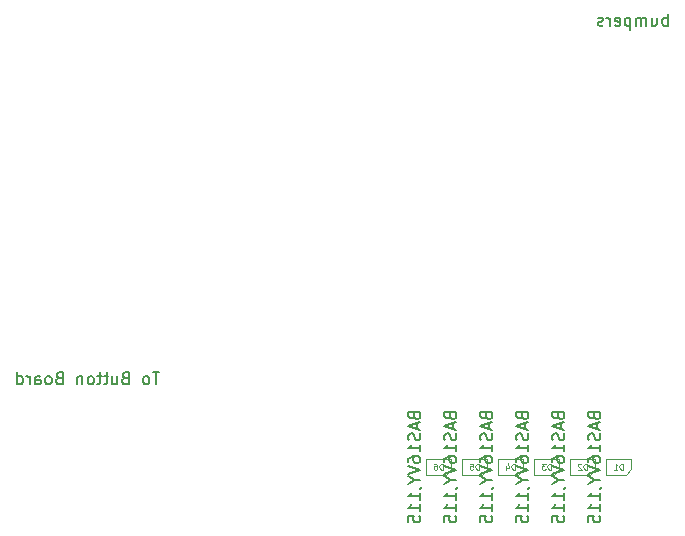
<source format=gbr>
G04 #@! TF.GenerationSoftware,KiCad,Pcbnew,7.0.6*
G04 #@! TF.CreationDate,2023-09-27T17:44:09-07:00*
G04 #@! TF.ProjectId,procon_tactile_button_board,70726f63-6f6e-45f7-9461-6374696c655f,rev?*
G04 #@! TF.SameCoordinates,Original*
G04 #@! TF.FileFunction,AssemblyDrawing,Bot*
%FSLAX46Y46*%
G04 Gerber Fmt 4.6, Leading zero omitted, Abs format (unit mm)*
G04 Created by KiCad (PCBNEW 7.0.6) date 2023-09-27 17:44:09*
%MOMM*%
%LPD*%
G01*
G04 APERTURE LIST*
%ADD10C,0.150000*%
%ADD11C,0.075000*%
%ADD12C,0.100000*%
G04 APERTURE END LIST*
D10*
X144305729Y-159950088D02*
X144353348Y-160092945D01*
X144353348Y-160092945D02*
X144400967Y-160140564D01*
X144400967Y-160140564D02*
X144496205Y-160188183D01*
X144496205Y-160188183D02*
X144639062Y-160188183D01*
X144639062Y-160188183D02*
X144734300Y-160140564D01*
X144734300Y-160140564D02*
X144781920Y-160092945D01*
X144781920Y-160092945D02*
X144829539Y-159997707D01*
X144829539Y-159997707D02*
X144829539Y-159616755D01*
X144829539Y-159616755D02*
X143829539Y-159616755D01*
X143829539Y-159616755D02*
X143829539Y-159950088D01*
X143829539Y-159950088D02*
X143877158Y-160045326D01*
X143877158Y-160045326D02*
X143924777Y-160092945D01*
X143924777Y-160092945D02*
X144020015Y-160140564D01*
X144020015Y-160140564D02*
X144115253Y-160140564D01*
X144115253Y-160140564D02*
X144210491Y-160092945D01*
X144210491Y-160092945D02*
X144258110Y-160045326D01*
X144258110Y-160045326D02*
X144305729Y-159950088D01*
X144305729Y-159950088D02*
X144305729Y-159616755D01*
X144543824Y-160569136D02*
X144543824Y-161045326D01*
X144829539Y-160473898D02*
X143829539Y-160807231D01*
X143829539Y-160807231D02*
X144829539Y-161140564D01*
X144781920Y-161426279D02*
X144829539Y-161569136D01*
X144829539Y-161569136D02*
X144829539Y-161807231D01*
X144829539Y-161807231D02*
X144781920Y-161902469D01*
X144781920Y-161902469D02*
X144734300Y-161950088D01*
X144734300Y-161950088D02*
X144639062Y-161997707D01*
X144639062Y-161997707D02*
X144543824Y-161997707D01*
X144543824Y-161997707D02*
X144448586Y-161950088D01*
X144448586Y-161950088D02*
X144400967Y-161902469D01*
X144400967Y-161902469D02*
X144353348Y-161807231D01*
X144353348Y-161807231D02*
X144305729Y-161616755D01*
X144305729Y-161616755D02*
X144258110Y-161521517D01*
X144258110Y-161521517D02*
X144210491Y-161473898D01*
X144210491Y-161473898D02*
X144115253Y-161426279D01*
X144115253Y-161426279D02*
X144020015Y-161426279D01*
X144020015Y-161426279D02*
X143924777Y-161473898D01*
X143924777Y-161473898D02*
X143877158Y-161521517D01*
X143877158Y-161521517D02*
X143829539Y-161616755D01*
X143829539Y-161616755D02*
X143829539Y-161854850D01*
X143829539Y-161854850D02*
X143877158Y-161997707D01*
X144829539Y-162950088D02*
X144829539Y-162378660D01*
X144829539Y-162664374D02*
X143829539Y-162664374D01*
X143829539Y-162664374D02*
X143972396Y-162569136D01*
X143972396Y-162569136D02*
X144067634Y-162473898D01*
X144067634Y-162473898D02*
X144115253Y-162378660D01*
X143829539Y-163807231D02*
X143829539Y-163616755D01*
X143829539Y-163616755D02*
X143877158Y-163521517D01*
X143877158Y-163521517D02*
X143924777Y-163473898D01*
X143924777Y-163473898D02*
X144067634Y-163378660D01*
X144067634Y-163378660D02*
X144258110Y-163331041D01*
X144258110Y-163331041D02*
X144639062Y-163331041D01*
X144639062Y-163331041D02*
X144734300Y-163378660D01*
X144734300Y-163378660D02*
X144781920Y-163426279D01*
X144781920Y-163426279D02*
X144829539Y-163521517D01*
X144829539Y-163521517D02*
X144829539Y-163711993D01*
X144829539Y-163711993D02*
X144781920Y-163807231D01*
X144781920Y-163807231D02*
X144734300Y-163854850D01*
X144734300Y-163854850D02*
X144639062Y-163902469D01*
X144639062Y-163902469D02*
X144400967Y-163902469D01*
X144400967Y-163902469D02*
X144305729Y-163854850D01*
X144305729Y-163854850D02*
X144258110Y-163807231D01*
X144258110Y-163807231D02*
X144210491Y-163711993D01*
X144210491Y-163711993D02*
X144210491Y-163521517D01*
X144210491Y-163521517D02*
X144258110Y-163426279D01*
X144258110Y-163426279D02*
X144305729Y-163378660D01*
X144305729Y-163378660D02*
X144400967Y-163331041D01*
X143829539Y-164188184D02*
X144829539Y-164521517D01*
X144829539Y-164521517D02*
X143829539Y-164854850D01*
X144353348Y-165378660D02*
X144829539Y-165378660D01*
X143829539Y-165045327D02*
X144353348Y-165378660D01*
X144353348Y-165378660D02*
X143829539Y-165711993D01*
X144781920Y-166092946D02*
X144829539Y-166092946D01*
X144829539Y-166092946D02*
X144924777Y-166045327D01*
X144924777Y-166045327D02*
X144972396Y-165997708D01*
X144829539Y-167045326D02*
X144829539Y-166473898D01*
X144829539Y-166759612D02*
X143829539Y-166759612D01*
X143829539Y-166759612D02*
X143972396Y-166664374D01*
X143972396Y-166664374D02*
X144067634Y-166569136D01*
X144067634Y-166569136D02*
X144115253Y-166473898D01*
X144829539Y-167997707D02*
X144829539Y-167426279D01*
X144829539Y-167711993D02*
X143829539Y-167711993D01*
X143829539Y-167711993D02*
X143972396Y-167616755D01*
X143972396Y-167616755D02*
X144067634Y-167521517D01*
X144067634Y-167521517D02*
X144115253Y-167426279D01*
X143829539Y-168902469D02*
X143829539Y-168426279D01*
X143829539Y-168426279D02*
X144305729Y-168378660D01*
X144305729Y-168378660D02*
X144258110Y-168426279D01*
X144258110Y-168426279D02*
X144210491Y-168521517D01*
X144210491Y-168521517D02*
X144210491Y-168759612D01*
X144210491Y-168759612D02*
X144258110Y-168854850D01*
X144258110Y-168854850D02*
X144305729Y-168902469D01*
X144305729Y-168902469D02*
X144400967Y-168950088D01*
X144400967Y-168950088D02*
X144639062Y-168950088D01*
X144639062Y-168950088D02*
X144734300Y-168902469D01*
X144734300Y-168902469D02*
X144781920Y-168854850D01*
X144781920Y-168854850D02*
X144829539Y-168759612D01*
X144829539Y-168759612D02*
X144829539Y-168521517D01*
X144829539Y-168521517D02*
X144781920Y-168426279D01*
X144781920Y-168426279D02*
X144734300Y-168378660D01*
D11*
X146743767Y-164487021D02*
X146743767Y-163987021D01*
X146743767Y-163987021D02*
X146624719Y-163987021D01*
X146624719Y-163987021D02*
X146553291Y-164010831D01*
X146553291Y-164010831D02*
X146505672Y-164058450D01*
X146505672Y-164058450D02*
X146481862Y-164106069D01*
X146481862Y-164106069D02*
X146458053Y-164201307D01*
X146458053Y-164201307D02*
X146458053Y-164272735D01*
X146458053Y-164272735D02*
X146481862Y-164367973D01*
X146481862Y-164367973D02*
X146505672Y-164415592D01*
X146505672Y-164415592D02*
X146553291Y-164463212D01*
X146553291Y-164463212D02*
X146624719Y-164487021D01*
X146624719Y-164487021D02*
X146743767Y-164487021D01*
X146267576Y-164034640D02*
X146243767Y-164010831D01*
X146243767Y-164010831D02*
X146196148Y-163987021D01*
X146196148Y-163987021D02*
X146077100Y-163987021D01*
X146077100Y-163987021D02*
X146029481Y-164010831D01*
X146029481Y-164010831D02*
X146005672Y-164034640D01*
X146005672Y-164034640D02*
X145981862Y-164082259D01*
X145981862Y-164082259D02*
X145981862Y-164129878D01*
X145981862Y-164129878D02*
X146005672Y-164201307D01*
X146005672Y-164201307D02*
X146291386Y-164487021D01*
X146291386Y-164487021D02*
X145981862Y-164487021D01*
D10*
X135161729Y-159950088D02*
X135209348Y-160092945D01*
X135209348Y-160092945D02*
X135256967Y-160140564D01*
X135256967Y-160140564D02*
X135352205Y-160188183D01*
X135352205Y-160188183D02*
X135495062Y-160188183D01*
X135495062Y-160188183D02*
X135590300Y-160140564D01*
X135590300Y-160140564D02*
X135637920Y-160092945D01*
X135637920Y-160092945D02*
X135685539Y-159997707D01*
X135685539Y-159997707D02*
X135685539Y-159616755D01*
X135685539Y-159616755D02*
X134685539Y-159616755D01*
X134685539Y-159616755D02*
X134685539Y-159950088D01*
X134685539Y-159950088D02*
X134733158Y-160045326D01*
X134733158Y-160045326D02*
X134780777Y-160092945D01*
X134780777Y-160092945D02*
X134876015Y-160140564D01*
X134876015Y-160140564D02*
X134971253Y-160140564D01*
X134971253Y-160140564D02*
X135066491Y-160092945D01*
X135066491Y-160092945D02*
X135114110Y-160045326D01*
X135114110Y-160045326D02*
X135161729Y-159950088D01*
X135161729Y-159950088D02*
X135161729Y-159616755D01*
X135399824Y-160569136D02*
X135399824Y-161045326D01*
X135685539Y-160473898D02*
X134685539Y-160807231D01*
X134685539Y-160807231D02*
X135685539Y-161140564D01*
X135637920Y-161426279D02*
X135685539Y-161569136D01*
X135685539Y-161569136D02*
X135685539Y-161807231D01*
X135685539Y-161807231D02*
X135637920Y-161902469D01*
X135637920Y-161902469D02*
X135590300Y-161950088D01*
X135590300Y-161950088D02*
X135495062Y-161997707D01*
X135495062Y-161997707D02*
X135399824Y-161997707D01*
X135399824Y-161997707D02*
X135304586Y-161950088D01*
X135304586Y-161950088D02*
X135256967Y-161902469D01*
X135256967Y-161902469D02*
X135209348Y-161807231D01*
X135209348Y-161807231D02*
X135161729Y-161616755D01*
X135161729Y-161616755D02*
X135114110Y-161521517D01*
X135114110Y-161521517D02*
X135066491Y-161473898D01*
X135066491Y-161473898D02*
X134971253Y-161426279D01*
X134971253Y-161426279D02*
X134876015Y-161426279D01*
X134876015Y-161426279D02*
X134780777Y-161473898D01*
X134780777Y-161473898D02*
X134733158Y-161521517D01*
X134733158Y-161521517D02*
X134685539Y-161616755D01*
X134685539Y-161616755D02*
X134685539Y-161854850D01*
X134685539Y-161854850D02*
X134733158Y-161997707D01*
X135685539Y-162950088D02*
X135685539Y-162378660D01*
X135685539Y-162664374D02*
X134685539Y-162664374D01*
X134685539Y-162664374D02*
X134828396Y-162569136D01*
X134828396Y-162569136D02*
X134923634Y-162473898D01*
X134923634Y-162473898D02*
X134971253Y-162378660D01*
X134685539Y-163807231D02*
X134685539Y-163616755D01*
X134685539Y-163616755D02*
X134733158Y-163521517D01*
X134733158Y-163521517D02*
X134780777Y-163473898D01*
X134780777Y-163473898D02*
X134923634Y-163378660D01*
X134923634Y-163378660D02*
X135114110Y-163331041D01*
X135114110Y-163331041D02*
X135495062Y-163331041D01*
X135495062Y-163331041D02*
X135590300Y-163378660D01*
X135590300Y-163378660D02*
X135637920Y-163426279D01*
X135637920Y-163426279D02*
X135685539Y-163521517D01*
X135685539Y-163521517D02*
X135685539Y-163711993D01*
X135685539Y-163711993D02*
X135637920Y-163807231D01*
X135637920Y-163807231D02*
X135590300Y-163854850D01*
X135590300Y-163854850D02*
X135495062Y-163902469D01*
X135495062Y-163902469D02*
X135256967Y-163902469D01*
X135256967Y-163902469D02*
X135161729Y-163854850D01*
X135161729Y-163854850D02*
X135114110Y-163807231D01*
X135114110Y-163807231D02*
X135066491Y-163711993D01*
X135066491Y-163711993D02*
X135066491Y-163521517D01*
X135066491Y-163521517D02*
X135114110Y-163426279D01*
X135114110Y-163426279D02*
X135161729Y-163378660D01*
X135161729Y-163378660D02*
X135256967Y-163331041D01*
X134685539Y-164188184D02*
X135685539Y-164521517D01*
X135685539Y-164521517D02*
X134685539Y-164854850D01*
X135209348Y-165378660D02*
X135685539Y-165378660D01*
X134685539Y-165045327D02*
X135209348Y-165378660D01*
X135209348Y-165378660D02*
X134685539Y-165711993D01*
X135637920Y-166092946D02*
X135685539Y-166092946D01*
X135685539Y-166092946D02*
X135780777Y-166045327D01*
X135780777Y-166045327D02*
X135828396Y-165997708D01*
X135685539Y-167045326D02*
X135685539Y-166473898D01*
X135685539Y-166759612D02*
X134685539Y-166759612D01*
X134685539Y-166759612D02*
X134828396Y-166664374D01*
X134828396Y-166664374D02*
X134923634Y-166569136D01*
X134923634Y-166569136D02*
X134971253Y-166473898D01*
X135685539Y-167997707D02*
X135685539Y-167426279D01*
X135685539Y-167711993D02*
X134685539Y-167711993D01*
X134685539Y-167711993D02*
X134828396Y-167616755D01*
X134828396Y-167616755D02*
X134923634Y-167521517D01*
X134923634Y-167521517D02*
X134971253Y-167426279D01*
X134685539Y-168902469D02*
X134685539Y-168426279D01*
X134685539Y-168426279D02*
X135161729Y-168378660D01*
X135161729Y-168378660D02*
X135114110Y-168426279D01*
X135114110Y-168426279D02*
X135066491Y-168521517D01*
X135066491Y-168521517D02*
X135066491Y-168759612D01*
X135066491Y-168759612D02*
X135114110Y-168854850D01*
X135114110Y-168854850D02*
X135161729Y-168902469D01*
X135161729Y-168902469D02*
X135256967Y-168950088D01*
X135256967Y-168950088D02*
X135495062Y-168950088D01*
X135495062Y-168950088D02*
X135590300Y-168902469D01*
X135590300Y-168902469D02*
X135637920Y-168854850D01*
X135637920Y-168854850D02*
X135685539Y-168759612D01*
X135685539Y-168759612D02*
X135685539Y-168521517D01*
X135685539Y-168521517D02*
X135637920Y-168426279D01*
X135637920Y-168426279D02*
X135590300Y-168378660D01*
D11*
X137599767Y-164487021D02*
X137599767Y-163987021D01*
X137599767Y-163987021D02*
X137480719Y-163987021D01*
X137480719Y-163987021D02*
X137409291Y-164010831D01*
X137409291Y-164010831D02*
X137361672Y-164058450D01*
X137361672Y-164058450D02*
X137337862Y-164106069D01*
X137337862Y-164106069D02*
X137314053Y-164201307D01*
X137314053Y-164201307D02*
X137314053Y-164272735D01*
X137314053Y-164272735D02*
X137337862Y-164367973D01*
X137337862Y-164367973D02*
X137361672Y-164415592D01*
X137361672Y-164415592D02*
X137409291Y-164463212D01*
X137409291Y-164463212D02*
X137480719Y-164487021D01*
X137480719Y-164487021D02*
X137599767Y-164487021D01*
X136861672Y-163987021D02*
X137099767Y-163987021D01*
X137099767Y-163987021D02*
X137123576Y-164225116D01*
X137123576Y-164225116D02*
X137099767Y-164201307D01*
X137099767Y-164201307D02*
X137052148Y-164177497D01*
X137052148Y-164177497D02*
X136933100Y-164177497D01*
X136933100Y-164177497D02*
X136885481Y-164201307D01*
X136885481Y-164201307D02*
X136861672Y-164225116D01*
X136861672Y-164225116D02*
X136837862Y-164272735D01*
X136837862Y-164272735D02*
X136837862Y-164391783D01*
X136837862Y-164391783D02*
X136861672Y-164439402D01*
X136861672Y-164439402D02*
X136885481Y-164463212D01*
X136885481Y-164463212D02*
X136933100Y-164487021D01*
X136933100Y-164487021D02*
X137052148Y-164487021D01*
X137052148Y-164487021D02*
X137099767Y-164463212D01*
X137099767Y-164463212D02*
X137123576Y-164439402D01*
D10*
X138209729Y-159950088D02*
X138257348Y-160092945D01*
X138257348Y-160092945D02*
X138304967Y-160140564D01*
X138304967Y-160140564D02*
X138400205Y-160188183D01*
X138400205Y-160188183D02*
X138543062Y-160188183D01*
X138543062Y-160188183D02*
X138638300Y-160140564D01*
X138638300Y-160140564D02*
X138685920Y-160092945D01*
X138685920Y-160092945D02*
X138733539Y-159997707D01*
X138733539Y-159997707D02*
X138733539Y-159616755D01*
X138733539Y-159616755D02*
X137733539Y-159616755D01*
X137733539Y-159616755D02*
X137733539Y-159950088D01*
X137733539Y-159950088D02*
X137781158Y-160045326D01*
X137781158Y-160045326D02*
X137828777Y-160092945D01*
X137828777Y-160092945D02*
X137924015Y-160140564D01*
X137924015Y-160140564D02*
X138019253Y-160140564D01*
X138019253Y-160140564D02*
X138114491Y-160092945D01*
X138114491Y-160092945D02*
X138162110Y-160045326D01*
X138162110Y-160045326D02*
X138209729Y-159950088D01*
X138209729Y-159950088D02*
X138209729Y-159616755D01*
X138447824Y-160569136D02*
X138447824Y-161045326D01*
X138733539Y-160473898D02*
X137733539Y-160807231D01*
X137733539Y-160807231D02*
X138733539Y-161140564D01*
X138685920Y-161426279D02*
X138733539Y-161569136D01*
X138733539Y-161569136D02*
X138733539Y-161807231D01*
X138733539Y-161807231D02*
X138685920Y-161902469D01*
X138685920Y-161902469D02*
X138638300Y-161950088D01*
X138638300Y-161950088D02*
X138543062Y-161997707D01*
X138543062Y-161997707D02*
X138447824Y-161997707D01*
X138447824Y-161997707D02*
X138352586Y-161950088D01*
X138352586Y-161950088D02*
X138304967Y-161902469D01*
X138304967Y-161902469D02*
X138257348Y-161807231D01*
X138257348Y-161807231D02*
X138209729Y-161616755D01*
X138209729Y-161616755D02*
X138162110Y-161521517D01*
X138162110Y-161521517D02*
X138114491Y-161473898D01*
X138114491Y-161473898D02*
X138019253Y-161426279D01*
X138019253Y-161426279D02*
X137924015Y-161426279D01*
X137924015Y-161426279D02*
X137828777Y-161473898D01*
X137828777Y-161473898D02*
X137781158Y-161521517D01*
X137781158Y-161521517D02*
X137733539Y-161616755D01*
X137733539Y-161616755D02*
X137733539Y-161854850D01*
X137733539Y-161854850D02*
X137781158Y-161997707D01*
X138733539Y-162950088D02*
X138733539Y-162378660D01*
X138733539Y-162664374D02*
X137733539Y-162664374D01*
X137733539Y-162664374D02*
X137876396Y-162569136D01*
X137876396Y-162569136D02*
X137971634Y-162473898D01*
X137971634Y-162473898D02*
X138019253Y-162378660D01*
X137733539Y-163807231D02*
X137733539Y-163616755D01*
X137733539Y-163616755D02*
X137781158Y-163521517D01*
X137781158Y-163521517D02*
X137828777Y-163473898D01*
X137828777Y-163473898D02*
X137971634Y-163378660D01*
X137971634Y-163378660D02*
X138162110Y-163331041D01*
X138162110Y-163331041D02*
X138543062Y-163331041D01*
X138543062Y-163331041D02*
X138638300Y-163378660D01*
X138638300Y-163378660D02*
X138685920Y-163426279D01*
X138685920Y-163426279D02*
X138733539Y-163521517D01*
X138733539Y-163521517D02*
X138733539Y-163711993D01*
X138733539Y-163711993D02*
X138685920Y-163807231D01*
X138685920Y-163807231D02*
X138638300Y-163854850D01*
X138638300Y-163854850D02*
X138543062Y-163902469D01*
X138543062Y-163902469D02*
X138304967Y-163902469D01*
X138304967Y-163902469D02*
X138209729Y-163854850D01*
X138209729Y-163854850D02*
X138162110Y-163807231D01*
X138162110Y-163807231D02*
X138114491Y-163711993D01*
X138114491Y-163711993D02*
X138114491Y-163521517D01*
X138114491Y-163521517D02*
X138162110Y-163426279D01*
X138162110Y-163426279D02*
X138209729Y-163378660D01*
X138209729Y-163378660D02*
X138304967Y-163331041D01*
X137733539Y-164188184D02*
X138733539Y-164521517D01*
X138733539Y-164521517D02*
X137733539Y-164854850D01*
X138257348Y-165378660D02*
X138733539Y-165378660D01*
X137733539Y-165045327D02*
X138257348Y-165378660D01*
X138257348Y-165378660D02*
X137733539Y-165711993D01*
X138685920Y-166092946D02*
X138733539Y-166092946D01*
X138733539Y-166092946D02*
X138828777Y-166045327D01*
X138828777Y-166045327D02*
X138876396Y-165997708D01*
X138733539Y-167045326D02*
X138733539Y-166473898D01*
X138733539Y-166759612D02*
X137733539Y-166759612D01*
X137733539Y-166759612D02*
X137876396Y-166664374D01*
X137876396Y-166664374D02*
X137971634Y-166569136D01*
X137971634Y-166569136D02*
X138019253Y-166473898D01*
X138733539Y-167997707D02*
X138733539Y-167426279D01*
X138733539Y-167711993D02*
X137733539Y-167711993D01*
X137733539Y-167711993D02*
X137876396Y-167616755D01*
X137876396Y-167616755D02*
X137971634Y-167521517D01*
X137971634Y-167521517D02*
X138019253Y-167426279D01*
X137733539Y-168902469D02*
X137733539Y-168426279D01*
X137733539Y-168426279D02*
X138209729Y-168378660D01*
X138209729Y-168378660D02*
X138162110Y-168426279D01*
X138162110Y-168426279D02*
X138114491Y-168521517D01*
X138114491Y-168521517D02*
X138114491Y-168759612D01*
X138114491Y-168759612D02*
X138162110Y-168854850D01*
X138162110Y-168854850D02*
X138209729Y-168902469D01*
X138209729Y-168902469D02*
X138304967Y-168950088D01*
X138304967Y-168950088D02*
X138543062Y-168950088D01*
X138543062Y-168950088D02*
X138638300Y-168902469D01*
X138638300Y-168902469D02*
X138685920Y-168854850D01*
X138685920Y-168854850D02*
X138733539Y-168759612D01*
X138733539Y-168759612D02*
X138733539Y-168521517D01*
X138733539Y-168521517D02*
X138685920Y-168426279D01*
X138685920Y-168426279D02*
X138638300Y-168378660D01*
D11*
X140647767Y-164487021D02*
X140647767Y-163987021D01*
X140647767Y-163987021D02*
X140528719Y-163987021D01*
X140528719Y-163987021D02*
X140457291Y-164010831D01*
X140457291Y-164010831D02*
X140409672Y-164058450D01*
X140409672Y-164058450D02*
X140385862Y-164106069D01*
X140385862Y-164106069D02*
X140362053Y-164201307D01*
X140362053Y-164201307D02*
X140362053Y-164272735D01*
X140362053Y-164272735D02*
X140385862Y-164367973D01*
X140385862Y-164367973D02*
X140409672Y-164415592D01*
X140409672Y-164415592D02*
X140457291Y-164463212D01*
X140457291Y-164463212D02*
X140528719Y-164487021D01*
X140528719Y-164487021D02*
X140647767Y-164487021D01*
X139933481Y-164153688D02*
X139933481Y-164487021D01*
X140052529Y-163963212D02*
X140171576Y-164320354D01*
X140171576Y-164320354D02*
X139862053Y-164320354D01*
D10*
X153576671Y-126894819D02*
X153576671Y-125894819D01*
X153576671Y-126275771D02*
X153481433Y-126228152D01*
X153481433Y-126228152D02*
X153290957Y-126228152D01*
X153290957Y-126228152D02*
X153195719Y-126275771D01*
X153195719Y-126275771D02*
X153148100Y-126323390D01*
X153148100Y-126323390D02*
X153100481Y-126418628D01*
X153100481Y-126418628D02*
X153100481Y-126704342D01*
X153100481Y-126704342D02*
X153148100Y-126799580D01*
X153148100Y-126799580D02*
X153195719Y-126847200D01*
X153195719Y-126847200D02*
X153290957Y-126894819D01*
X153290957Y-126894819D02*
X153481433Y-126894819D01*
X153481433Y-126894819D02*
X153576671Y-126847200D01*
X152243338Y-126228152D02*
X152243338Y-126894819D01*
X152671909Y-126228152D02*
X152671909Y-126751961D01*
X152671909Y-126751961D02*
X152624290Y-126847200D01*
X152624290Y-126847200D02*
X152529052Y-126894819D01*
X152529052Y-126894819D02*
X152386195Y-126894819D01*
X152386195Y-126894819D02*
X152290957Y-126847200D01*
X152290957Y-126847200D02*
X152243338Y-126799580D01*
X151767147Y-126894819D02*
X151767147Y-126228152D01*
X151767147Y-126323390D02*
X151719528Y-126275771D01*
X151719528Y-126275771D02*
X151624290Y-126228152D01*
X151624290Y-126228152D02*
X151481433Y-126228152D01*
X151481433Y-126228152D02*
X151386195Y-126275771D01*
X151386195Y-126275771D02*
X151338576Y-126371009D01*
X151338576Y-126371009D02*
X151338576Y-126894819D01*
X151338576Y-126371009D02*
X151290957Y-126275771D01*
X151290957Y-126275771D02*
X151195719Y-126228152D01*
X151195719Y-126228152D02*
X151052862Y-126228152D01*
X151052862Y-126228152D02*
X150957623Y-126275771D01*
X150957623Y-126275771D02*
X150910004Y-126371009D01*
X150910004Y-126371009D02*
X150910004Y-126894819D01*
X150433814Y-126228152D02*
X150433814Y-127228152D01*
X150433814Y-126275771D02*
X150338576Y-126228152D01*
X150338576Y-126228152D02*
X150148100Y-126228152D01*
X150148100Y-126228152D02*
X150052862Y-126275771D01*
X150052862Y-126275771D02*
X150005243Y-126323390D01*
X150005243Y-126323390D02*
X149957624Y-126418628D01*
X149957624Y-126418628D02*
X149957624Y-126704342D01*
X149957624Y-126704342D02*
X150005243Y-126799580D01*
X150005243Y-126799580D02*
X150052862Y-126847200D01*
X150052862Y-126847200D02*
X150148100Y-126894819D01*
X150148100Y-126894819D02*
X150338576Y-126894819D01*
X150338576Y-126894819D02*
X150433814Y-126847200D01*
X149148100Y-126847200D02*
X149243338Y-126894819D01*
X149243338Y-126894819D02*
X149433814Y-126894819D01*
X149433814Y-126894819D02*
X149529052Y-126847200D01*
X149529052Y-126847200D02*
X149576671Y-126751961D01*
X149576671Y-126751961D02*
X149576671Y-126371009D01*
X149576671Y-126371009D02*
X149529052Y-126275771D01*
X149529052Y-126275771D02*
X149433814Y-126228152D01*
X149433814Y-126228152D02*
X149243338Y-126228152D01*
X149243338Y-126228152D02*
X149148100Y-126275771D01*
X149148100Y-126275771D02*
X149100481Y-126371009D01*
X149100481Y-126371009D02*
X149100481Y-126466247D01*
X149100481Y-126466247D02*
X149576671Y-126561485D01*
X148671909Y-126894819D02*
X148671909Y-126228152D01*
X148671909Y-126418628D02*
X148624290Y-126323390D01*
X148624290Y-126323390D02*
X148576671Y-126275771D01*
X148576671Y-126275771D02*
X148481433Y-126228152D01*
X148481433Y-126228152D02*
X148386195Y-126228152D01*
X148100480Y-126847200D02*
X148005242Y-126894819D01*
X148005242Y-126894819D02*
X147814766Y-126894819D01*
X147814766Y-126894819D02*
X147719528Y-126847200D01*
X147719528Y-126847200D02*
X147671909Y-126751961D01*
X147671909Y-126751961D02*
X147671909Y-126704342D01*
X147671909Y-126704342D02*
X147719528Y-126609104D01*
X147719528Y-126609104D02*
X147814766Y-126561485D01*
X147814766Y-126561485D02*
X147957623Y-126561485D01*
X147957623Y-126561485D02*
X148052861Y-126513866D01*
X148052861Y-126513866D02*
X148100480Y-126418628D01*
X148100480Y-126418628D02*
X148100480Y-126371009D01*
X148100480Y-126371009D02*
X148052861Y-126275771D01*
X148052861Y-126275771D02*
X147957623Y-126228152D01*
X147957623Y-126228152D02*
X147814766Y-126228152D01*
X147814766Y-126228152D02*
X147719528Y-126275771D01*
X132113729Y-159950088D02*
X132161348Y-160092945D01*
X132161348Y-160092945D02*
X132208967Y-160140564D01*
X132208967Y-160140564D02*
X132304205Y-160188183D01*
X132304205Y-160188183D02*
X132447062Y-160188183D01*
X132447062Y-160188183D02*
X132542300Y-160140564D01*
X132542300Y-160140564D02*
X132589920Y-160092945D01*
X132589920Y-160092945D02*
X132637539Y-159997707D01*
X132637539Y-159997707D02*
X132637539Y-159616755D01*
X132637539Y-159616755D02*
X131637539Y-159616755D01*
X131637539Y-159616755D02*
X131637539Y-159950088D01*
X131637539Y-159950088D02*
X131685158Y-160045326D01*
X131685158Y-160045326D02*
X131732777Y-160092945D01*
X131732777Y-160092945D02*
X131828015Y-160140564D01*
X131828015Y-160140564D02*
X131923253Y-160140564D01*
X131923253Y-160140564D02*
X132018491Y-160092945D01*
X132018491Y-160092945D02*
X132066110Y-160045326D01*
X132066110Y-160045326D02*
X132113729Y-159950088D01*
X132113729Y-159950088D02*
X132113729Y-159616755D01*
X132351824Y-160569136D02*
X132351824Y-161045326D01*
X132637539Y-160473898D02*
X131637539Y-160807231D01*
X131637539Y-160807231D02*
X132637539Y-161140564D01*
X132589920Y-161426279D02*
X132637539Y-161569136D01*
X132637539Y-161569136D02*
X132637539Y-161807231D01*
X132637539Y-161807231D02*
X132589920Y-161902469D01*
X132589920Y-161902469D02*
X132542300Y-161950088D01*
X132542300Y-161950088D02*
X132447062Y-161997707D01*
X132447062Y-161997707D02*
X132351824Y-161997707D01*
X132351824Y-161997707D02*
X132256586Y-161950088D01*
X132256586Y-161950088D02*
X132208967Y-161902469D01*
X132208967Y-161902469D02*
X132161348Y-161807231D01*
X132161348Y-161807231D02*
X132113729Y-161616755D01*
X132113729Y-161616755D02*
X132066110Y-161521517D01*
X132066110Y-161521517D02*
X132018491Y-161473898D01*
X132018491Y-161473898D02*
X131923253Y-161426279D01*
X131923253Y-161426279D02*
X131828015Y-161426279D01*
X131828015Y-161426279D02*
X131732777Y-161473898D01*
X131732777Y-161473898D02*
X131685158Y-161521517D01*
X131685158Y-161521517D02*
X131637539Y-161616755D01*
X131637539Y-161616755D02*
X131637539Y-161854850D01*
X131637539Y-161854850D02*
X131685158Y-161997707D01*
X132637539Y-162950088D02*
X132637539Y-162378660D01*
X132637539Y-162664374D02*
X131637539Y-162664374D01*
X131637539Y-162664374D02*
X131780396Y-162569136D01*
X131780396Y-162569136D02*
X131875634Y-162473898D01*
X131875634Y-162473898D02*
X131923253Y-162378660D01*
X131637539Y-163807231D02*
X131637539Y-163616755D01*
X131637539Y-163616755D02*
X131685158Y-163521517D01*
X131685158Y-163521517D02*
X131732777Y-163473898D01*
X131732777Y-163473898D02*
X131875634Y-163378660D01*
X131875634Y-163378660D02*
X132066110Y-163331041D01*
X132066110Y-163331041D02*
X132447062Y-163331041D01*
X132447062Y-163331041D02*
X132542300Y-163378660D01*
X132542300Y-163378660D02*
X132589920Y-163426279D01*
X132589920Y-163426279D02*
X132637539Y-163521517D01*
X132637539Y-163521517D02*
X132637539Y-163711993D01*
X132637539Y-163711993D02*
X132589920Y-163807231D01*
X132589920Y-163807231D02*
X132542300Y-163854850D01*
X132542300Y-163854850D02*
X132447062Y-163902469D01*
X132447062Y-163902469D02*
X132208967Y-163902469D01*
X132208967Y-163902469D02*
X132113729Y-163854850D01*
X132113729Y-163854850D02*
X132066110Y-163807231D01*
X132066110Y-163807231D02*
X132018491Y-163711993D01*
X132018491Y-163711993D02*
X132018491Y-163521517D01*
X132018491Y-163521517D02*
X132066110Y-163426279D01*
X132066110Y-163426279D02*
X132113729Y-163378660D01*
X132113729Y-163378660D02*
X132208967Y-163331041D01*
X131637539Y-164188184D02*
X132637539Y-164521517D01*
X132637539Y-164521517D02*
X131637539Y-164854850D01*
X132161348Y-165378660D02*
X132637539Y-165378660D01*
X131637539Y-165045327D02*
X132161348Y-165378660D01*
X132161348Y-165378660D02*
X131637539Y-165711993D01*
X132589920Y-166092946D02*
X132637539Y-166092946D01*
X132637539Y-166092946D02*
X132732777Y-166045327D01*
X132732777Y-166045327D02*
X132780396Y-165997708D01*
X132637539Y-167045326D02*
X132637539Y-166473898D01*
X132637539Y-166759612D02*
X131637539Y-166759612D01*
X131637539Y-166759612D02*
X131780396Y-166664374D01*
X131780396Y-166664374D02*
X131875634Y-166569136D01*
X131875634Y-166569136D02*
X131923253Y-166473898D01*
X132637539Y-167997707D02*
X132637539Y-167426279D01*
X132637539Y-167711993D02*
X131637539Y-167711993D01*
X131637539Y-167711993D02*
X131780396Y-167616755D01*
X131780396Y-167616755D02*
X131875634Y-167521517D01*
X131875634Y-167521517D02*
X131923253Y-167426279D01*
X131637539Y-168902469D02*
X131637539Y-168426279D01*
X131637539Y-168426279D02*
X132113729Y-168378660D01*
X132113729Y-168378660D02*
X132066110Y-168426279D01*
X132066110Y-168426279D02*
X132018491Y-168521517D01*
X132018491Y-168521517D02*
X132018491Y-168759612D01*
X132018491Y-168759612D02*
X132066110Y-168854850D01*
X132066110Y-168854850D02*
X132113729Y-168902469D01*
X132113729Y-168902469D02*
X132208967Y-168950088D01*
X132208967Y-168950088D02*
X132447062Y-168950088D01*
X132447062Y-168950088D02*
X132542300Y-168902469D01*
X132542300Y-168902469D02*
X132589920Y-168854850D01*
X132589920Y-168854850D02*
X132637539Y-168759612D01*
X132637539Y-168759612D02*
X132637539Y-168521517D01*
X132637539Y-168521517D02*
X132589920Y-168426279D01*
X132589920Y-168426279D02*
X132542300Y-168378660D01*
D11*
X134551767Y-164487021D02*
X134551767Y-163987021D01*
X134551767Y-163987021D02*
X134432719Y-163987021D01*
X134432719Y-163987021D02*
X134361291Y-164010831D01*
X134361291Y-164010831D02*
X134313672Y-164058450D01*
X134313672Y-164058450D02*
X134289862Y-164106069D01*
X134289862Y-164106069D02*
X134266053Y-164201307D01*
X134266053Y-164201307D02*
X134266053Y-164272735D01*
X134266053Y-164272735D02*
X134289862Y-164367973D01*
X134289862Y-164367973D02*
X134313672Y-164415592D01*
X134313672Y-164415592D02*
X134361291Y-164463212D01*
X134361291Y-164463212D02*
X134432719Y-164487021D01*
X134432719Y-164487021D02*
X134551767Y-164487021D01*
X133837481Y-163987021D02*
X133932719Y-163987021D01*
X133932719Y-163987021D02*
X133980338Y-164010831D01*
X133980338Y-164010831D02*
X134004148Y-164034640D01*
X134004148Y-164034640D02*
X134051767Y-164106069D01*
X134051767Y-164106069D02*
X134075576Y-164201307D01*
X134075576Y-164201307D02*
X134075576Y-164391783D01*
X134075576Y-164391783D02*
X134051767Y-164439402D01*
X134051767Y-164439402D02*
X134027957Y-164463212D01*
X134027957Y-164463212D02*
X133980338Y-164487021D01*
X133980338Y-164487021D02*
X133885100Y-164487021D01*
X133885100Y-164487021D02*
X133837481Y-164463212D01*
X133837481Y-164463212D02*
X133813672Y-164439402D01*
X133813672Y-164439402D02*
X133789862Y-164391783D01*
X133789862Y-164391783D02*
X133789862Y-164272735D01*
X133789862Y-164272735D02*
X133813672Y-164225116D01*
X133813672Y-164225116D02*
X133837481Y-164201307D01*
X133837481Y-164201307D02*
X133885100Y-164177497D01*
X133885100Y-164177497D02*
X133980338Y-164177497D01*
X133980338Y-164177497D02*
X134027957Y-164201307D01*
X134027957Y-164201307D02*
X134051767Y-164225116D01*
X134051767Y-164225116D02*
X134075576Y-164272735D01*
D10*
X141257729Y-159950088D02*
X141305348Y-160092945D01*
X141305348Y-160092945D02*
X141352967Y-160140564D01*
X141352967Y-160140564D02*
X141448205Y-160188183D01*
X141448205Y-160188183D02*
X141591062Y-160188183D01*
X141591062Y-160188183D02*
X141686300Y-160140564D01*
X141686300Y-160140564D02*
X141733920Y-160092945D01*
X141733920Y-160092945D02*
X141781539Y-159997707D01*
X141781539Y-159997707D02*
X141781539Y-159616755D01*
X141781539Y-159616755D02*
X140781539Y-159616755D01*
X140781539Y-159616755D02*
X140781539Y-159950088D01*
X140781539Y-159950088D02*
X140829158Y-160045326D01*
X140829158Y-160045326D02*
X140876777Y-160092945D01*
X140876777Y-160092945D02*
X140972015Y-160140564D01*
X140972015Y-160140564D02*
X141067253Y-160140564D01*
X141067253Y-160140564D02*
X141162491Y-160092945D01*
X141162491Y-160092945D02*
X141210110Y-160045326D01*
X141210110Y-160045326D02*
X141257729Y-159950088D01*
X141257729Y-159950088D02*
X141257729Y-159616755D01*
X141495824Y-160569136D02*
X141495824Y-161045326D01*
X141781539Y-160473898D02*
X140781539Y-160807231D01*
X140781539Y-160807231D02*
X141781539Y-161140564D01*
X141733920Y-161426279D02*
X141781539Y-161569136D01*
X141781539Y-161569136D02*
X141781539Y-161807231D01*
X141781539Y-161807231D02*
X141733920Y-161902469D01*
X141733920Y-161902469D02*
X141686300Y-161950088D01*
X141686300Y-161950088D02*
X141591062Y-161997707D01*
X141591062Y-161997707D02*
X141495824Y-161997707D01*
X141495824Y-161997707D02*
X141400586Y-161950088D01*
X141400586Y-161950088D02*
X141352967Y-161902469D01*
X141352967Y-161902469D02*
X141305348Y-161807231D01*
X141305348Y-161807231D02*
X141257729Y-161616755D01*
X141257729Y-161616755D02*
X141210110Y-161521517D01*
X141210110Y-161521517D02*
X141162491Y-161473898D01*
X141162491Y-161473898D02*
X141067253Y-161426279D01*
X141067253Y-161426279D02*
X140972015Y-161426279D01*
X140972015Y-161426279D02*
X140876777Y-161473898D01*
X140876777Y-161473898D02*
X140829158Y-161521517D01*
X140829158Y-161521517D02*
X140781539Y-161616755D01*
X140781539Y-161616755D02*
X140781539Y-161854850D01*
X140781539Y-161854850D02*
X140829158Y-161997707D01*
X141781539Y-162950088D02*
X141781539Y-162378660D01*
X141781539Y-162664374D02*
X140781539Y-162664374D01*
X140781539Y-162664374D02*
X140924396Y-162569136D01*
X140924396Y-162569136D02*
X141019634Y-162473898D01*
X141019634Y-162473898D02*
X141067253Y-162378660D01*
X140781539Y-163807231D02*
X140781539Y-163616755D01*
X140781539Y-163616755D02*
X140829158Y-163521517D01*
X140829158Y-163521517D02*
X140876777Y-163473898D01*
X140876777Y-163473898D02*
X141019634Y-163378660D01*
X141019634Y-163378660D02*
X141210110Y-163331041D01*
X141210110Y-163331041D02*
X141591062Y-163331041D01*
X141591062Y-163331041D02*
X141686300Y-163378660D01*
X141686300Y-163378660D02*
X141733920Y-163426279D01*
X141733920Y-163426279D02*
X141781539Y-163521517D01*
X141781539Y-163521517D02*
X141781539Y-163711993D01*
X141781539Y-163711993D02*
X141733920Y-163807231D01*
X141733920Y-163807231D02*
X141686300Y-163854850D01*
X141686300Y-163854850D02*
X141591062Y-163902469D01*
X141591062Y-163902469D02*
X141352967Y-163902469D01*
X141352967Y-163902469D02*
X141257729Y-163854850D01*
X141257729Y-163854850D02*
X141210110Y-163807231D01*
X141210110Y-163807231D02*
X141162491Y-163711993D01*
X141162491Y-163711993D02*
X141162491Y-163521517D01*
X141162491Y-163521517D02*
X141210110Y-163426279D01*
X141210110Y-163426279D02*
X141257729Y-163378660D01*
X141257729Y-163378660D02*
X141352967Y-163331041D01*
X140781539Y-164188184D02*
X141781539Y-164521517D01*
X141781539Y-164521517D02*
X140781539Y-164854850D01*
X141305348Y-165378660D02*
X141781539Y-165378660D01*
X140781539Y-165045327D02*
X141305348Y-165378660D01*
X141305348Y-165378660D02*
X140781539Y-165711993D01*
X141733920Y-166092946D02*
X141781539Y-166092946D01*
X141781539Y-166092946D02*
X141876777Y-166045327D01*
X141876777Y-166045327D02*
X141924396Y-165997708D01*
X141781539Y-167045326D02*
X141781539Y-166473898D01*
X141781539Y-166759612D02*
X140781539Y-166759612D01*
X140781539Y-166759612D02*
X140924396Y-166664374D01*
X140924396Y-166664374D02*
X141019634Y-166569136D01*
X141019634Y-166569136D02*
X141067253Y-166473898D01*
X141781539Y-167997707D02*
X141781539Y-167426279D01*
X141781539Y-167711993D02*
X140781539Y-167711993D01*
X140781539Y-167711993D02*
X140924396Y-167616755D01*
X140924396Y-167616755D02*
X141019634Y-167521517D01*
X141019634Y-167521517D02*
X141067253Y-167426279D01*
X140781539Y-168902469D02*
X140781539Y-168426279D01*
X140781539Y-168426279D02*
X141257729Y-168378660D01*
X141257729Y-168378660D02*
X141210110Y-168426279D01*
X141210110Y-168426279D02*
X141162491Y-168521517D01*
X141162491Y-168521517D02*
X141162491Y-168759612D01*
X141162491Y-168759612D02*
X141210110Y-168854850D01*
X141210110Y-168854850D02*
X141257729Y-168902469D01*
X141257729Y-168902469D02*
X141352967Y-168950088D01*
X141352967Y-168950088D02*
X141591062Y-168950088D01*
X141591062Y-168950088D02*
X141686300Y-168902469D01*
X141686300Y-168902469D02*
X141733920Y-168854850D01*
X141733920Y-168854850D02*
X141781539Y-168759612D01*
X141781539Y-168759612D02*
X141781539Y-168521517D01*
X141781539Y-168521517D02*
X141733920Y-168426279D01*
X141733920Y-168426279D02*
X141686300Y-168378660D01*
D11*
X143695767Y-164487021D02*
X143695767Y-163987021D01*
X143695767Y-163987021D02*
X143576719Y-163987021D01*
X143576719Y-163987021D02*
X143505291Y-164010831D01*
X143505291Y-164010831D02*
X143457672Y-164058450D01*
X143457672Y-164058450D02*
X143433862Y-164106069D01*
X143433862Y-164106069D02*
X143410053Y-164201307D01*
X143410053Y-164201307D02*
X143410053Y-164272735D01*
X143410053Y-164272735D02*
X143433862Y-164367973D01*
X143433862Y-164367973D02*
X143457672Y-164415592D01*
X143457672Y-164415592D02*
X143505291Y-164463212D01*
X143505291Y-164463212D02*
X143576719Y-164487021D01*
X143576719Y-164487021D02*
X143695767Y-164487021D01*
X143243386Y-163987021D02*
X142933862Y-163987021D01*
X142933862Y-163987021D02*
X143100529Y-164177497D01*
X143100529Y-164177497D02*
X143029100Y-164177497D01*
X143029100Y-164177497D02*
X142981481Y-164201307D01*
X142981481Y-164201307D02*
X142957672Y-164225116D01*
X142957672Y-164225116D02*
X142933862Y-164272735D01*
X142933862Y-164272735D02*
X142933862Y-164391783D01*
X142933862Y-164391783D02*
X142957672Y-164439402D01*
X142957672Y-164439402D02*
X142981481Y-164463212D01*
X142981481Y-164463212D02*
X143029100Y-164487021D01*
X143029100Y-164487021D02*
X143171957Y-164487021D01*
X143171957Y-164487021D02*
X143219576Y-164463212D01*
X143219576Y-164463212D02*
X143243386Y-164439402D01*
D10*
X147353729Y-159950088D02*
X147401348Y-160092945D01*
X147401348Y-160092945D02*
X147448967Y-160140564D01*
X147448967Y-160140564D02*
X147544205Y-160188183D01*
X147544205Y-160188183D02*
X147687062Y-160188183D01*
X147687062Y-160188183D02*
X147782300Y-160140564D01*
X147782300Y-160140564D02*
X147829920Y-160092945D01*
X147829920Y-160092945D02*
X147877539Y-159997707D01*
X147877539Y-159997707D02*
X147877539Y-159616755D01*
X147877539Y-159616755D02*
X146877539Y-159616755D01*
X146877539Y-159616755D02*
X146877539Y-159950088D01*
X146877539Y-159950088D02*
X146925158Y-160045326D01*
X146925158Y-160045326D02*
X146972777Y-160092945D01*
X146972777Y-160092945D02*
X147068015Y-160140564D01*
X147068015Y-160140564D02*
X147163253Y-160140564D01*
X147163253Y-160140564D02*
X147258491Y-160092945D01*
X147258491Y-160092945D02*
X147306110Y-160045326D01*
X147306110Y-160045326D02*
X147353729Y-159950088D01*
X147353729Y-159950088D02*
X147353729Y-159616755D01*
X147591824Y-160569136D02*
X147591824Y-161045326D01*
X147877539Y-160473898D02*
X146877539Y-160807231D01*
X146877539Y-160807231D02*
X147877539Y-161140564D01*
X147829920Y-161426279D02*
X147877539Y-161569136D01*
X147877539Y-161569136D02*
X147877539Y-161807231D01*
X147877539Y-161807231D02*
X147829920Y-161902469D01*
X147829920Y-161902469D02*
X147782300Y-161950088D01*
X147782300Y-161950088D02*
X147687062Y-161997707D01*
X147687062Y-161997707D02*
X147591824Y-161997707D01*
X147591824Y-161997707D02*
X147496586Y-161950088D01*
X147496586Y-161950088D02*
X147448967Y-161902469D01*
X147448967Y-161902469D02*
X147401348Y-161807231D01*
X147401348Y-161807231D02*
X147353729Y-161616755D01*
X147353729Y-161616755D02*
X147306110Y-161521517D01*
X147306110Y-161521517D02*
X147258491Y-161473898D01*
X147258491Y-161473898D02*
X147163253Y-161426279D01*
X147163253Y-161426279D02*
X147068015Y-161426279D01*
X147068015Y-161426279D02*
X146972777Y-161473898D01*
X146972777Y-161473898D02*
X146925158Y-161521517D01*
X146925158Y-161521517D02*
X146877539Y-161616755D01*
X146877539Y-161616755D02*
X146877539Y-161854850D01*
X146877539Y-161854850D02*
X146925158Y-161997707D01*
X147877539Y-162950088D02*
X147877539Y-162378660D01*
X147877539Y-162664374D02*
X146877539Y-162664374D01*
X146877539Y-162664374D02*
X147020396Y-162569136D01*
X147020396Y-162569136D02*
X147115634Y-162473898D01*
X147115634Y-162473898D02*
X147163253Y-162378660D01*
X146877539Y-163807231D02*
X146877539Y-163616755D01*
X146877539Y-163616755D02*
X146925158Y-163521517D01*
X146925158Y-163521517D02*
X146972777Y-163473898D01*
X146972777Y-163473898D02*
X147115634Y-163378660D01*
X147115634Y-163378660D02*
X147306110Y-163331041D01*
X147306110Y-163331041D02*
X147687062Y-163331041D01*
X147687062Y-163331041D02*
X147782300Y-163378660D01*
X147782300Y-163378660D02*
X147829920Y-163426279D01*
X147829920Y-163426279D02*
X147877539Y-163521517D01*
X147877539Y-163521517D02*
X147877539Y-163711993D01*
X147877539Y-163711993D02*
X147829920Y-163807231D01*
X147829920Y-163807231D02*
X147782300Y-163854850D01*
X147782300Y-163854850D02*
X147687062Y-163902469D01*
X147687062Y-163902469D02*
X147448967Y-163902469D01*
X147448967Y-163902469D02*
X147353729Y-163854850D01*
X147353729Y-163854850D02*
X147306110Y-163807231D01*
X147306110Y-163807231D02*
X147258491Y-163711993D01*
X147258491Y-163711993D02*
X147258491Y-163521517D01*
X147258491Y-163521517D02*
X147306110Y-163426279D01*
X147306110Y-163426279D02*
X147353729Y-163378660D01*
X147353729Y-163378660D02*
X147448967Y-163331041D01*
X146877539Y-164188184D02*
X147877539Y-164521517D01*
X147877539Y-164521517D02*
X146877539Y-164854850D01*
X147401348Y-165378660D02*
X147877539Y-165378660D01*
X146877539Y-165045327D02*
X147401348Y-165378660D01*
X147401348Y-165378660D02*
X146877539Y-165711993D01*
X147829920Y-166092946D02*
X147877539Y-166092946D01*
X147877539Y-166092946D02*
X147972777Y-166045327D01*
X147972777Y-166045327D02*
X148020396Y-165997708D01*
X147877539Y-167045326D02*
X147877539Y-166473898D01*
X147877539Y-166759612D02*
X146877539Y-166759612D01*
X146877539Y-166759612D02*
X147020396Y-166664374D01*
X147020396Y-166664374D02*
X147115634Y-166569136D01*
X147115634Y-166569136D02*
X147163253Y-166473898D01*
X147877539Y-167997707D02*
X147877539Y-167426279D01*
X147877539Y-167711993D02*
X146877539Y-167711993D01*
X146877539Y-167711993D02*
X147020396Y-167616755D01*
X147020396Y-167616755D02*
X147115634Y-167521517D01*
X147115634Y-167521517D02*
X147163253Y-167426279D01*
X146877539Y-168902469D02*
X146877539Y-168426279D01*
X146877539Y-168426279D02*
X147353729Y-168378660D01*
X147353729Y-168378660D02*
X147306110Y-168426279D01*
X147306110Y-168426279D02*
X147258491Y-168521517D01*
X147258491Y-168521517D02*
X147258491Y-168759612D01*
X147258491Y-168759612D02*
X147306110Y-168854850D01*
X147306110Y-168854850D02*
X147353729Y-168902469D01*
X147353729Y-168902469D02*
X147448967Y-168950088D01*
X147448967Y-168950088D02*
X147687062Y-168950088D01*
X147687062Y-168950088D02*
X147782300Y-168902469D01*
X147782300Y-168902469D02*
X147829920Y-168854850D01*
X147829920Y-168854850D02*
X147877539Y-168759612D01*
X147877539Y-168759612D02*
X147877539Y-168521517D01*
X147877539Y-168521517D02*
X147829920Y-168426279D01*
X147829920Y-168426279D02*
X147782300Y-168378660D01*
D11*
X149791767Y-164487021D02*
X149791767Y-163987021D01*
X149791767Y-163987021D02*
X149672719Y-163987021D01*
X149672719Y-163987021D02*
X149601291Y-164010831D01*
X149601291Y-164010831D02*
X149553672Y-164058450D01*
X149553672Y-164058450D02*
X149529862Y-164106069D01*
X149529862Y-164106069D02*
X149506053Y-164201307D01*
X149506053Y-164201307D02*
X149506053Y-164272735D01*
X149506053Y-164272735D02*
X149529862Y-164367973D01*
X149529862Y-164367973D02*
X149553672Y-164415592D01*
X149553672Y-164415592D02*
X149601291Y-164463212D01*
X149601291Y-164463212D02*
X149672719Y-164487021D01*
X149672719Y-164487021D02*
X149791767Y-164487021D01*
X149029862Y-164487021D02*
X149315576Y-164487021D01*
X149172719Y-164487021D02*
X149172719Y-163987021D01*
X149172719Y-163987021D02*
X149220338Y-164058450D01*
X149220338Y-164058450D02*
X149267957Y-164106069D01*
X149267957Y-164106069D02*
X149315576Y-164129878D01*
D10*
X110559958Y-156256063D02*
X109988530Y-156256063D01*
X110274244Y-157256063D02*
X110274244Y-156256063D01*
X109512339Y-157256063D02*
X109607577Y-157208444D01*
X109607577Y-157208444D02*
X109655196Y-157160824D01*
X109655196Y-157160824D02*
X109702815Y-157065586D01*
X109702815Y-157065586D02*
X109702815Y-156779872D01*
X109702815Y-156779872D02*
X109655196Y-156684634D01*
X109655196Y-156684634D02*
X109607577Y-156637015D01*
X109607577Y-156637015D02*
X109512339Y-156589396D01*
X109512339Y-156589396D02*
X109369482Y-156589396D01*
X109369482Y-156589396D02*
X109274244Y-156637015D01*
X109274244Y-156637015D02*
X109226625Y-156684634D01*
X109226625Y-156684634D02*
X109179006Y-156779872D01*
X109179006Y-156779872D02*
X109179006Y-157065586D01*
X109179006Y-157065586D02*
X109226625Y-157160824D01*
X109226625Y-157160824D02*
X109274244Y-157208444D01*
X109274244Y-157208444D02*
X109369482Y-157256063D01*
X109369482Y-157256063D02*
X109512339Y-157256063D01*
X107655196Y-156732253D02*
X107512339Y-156779872D01*
X107512339Y-156779872D02*
X107464720Y-156827491D01*
X107464720Y-156827491D02*
X107417101Y-156922729D01*
X107417101Y-156922729D02*
X107417101Y-157065586D01*
X107417101Y-157065586D02*
X107464720Y-157160824D01*
X107464720Y-157160824D02*
X107512339Y-157208444D01*
X107512339Y-157208444D02*
X107607577Y-157256063D01*
X107607577Y-157256063D02*
X107988529Y-157256063D01*
X107988529Y-157256063D02*
X107988529Y-156256063D01*
X107988529Y-156256063D02*
X107655196Y-156256063D01*
X107655196Y-156256063D02*
X107559958Y-156303682D01*
X107559958Y-156303682D02*
X107512339Y-156351301D01*
X107512339Y-156351301D02*
X107464720Y-156446539D01*
X107464720Y-156446539D02*
X107464720Y-156541777D01*
X107464720Y-156541777D02*
X107512339Y-156637015D01*
X107512339Y-156637015D02*
X107559958Y-156684634D01*
X107559958Y-156684634D02*
X107655196Y-156732253D01*
X107655196Y-156732253D02*
X107988529Y-156732253D01*
X106559958Y-156589396D02*
X106559958Y-157256063D01*
X106988529Y-156589396D02*
X106988529Y-157113205D01*
X106988529Y-157113205D02*
X106940910Y-157208444D01*
X106940910Y-157208444D02*
X106845672Y-157256063D01*
X106845672Y-157256063D02*
X106702815Y-157256063D01*
X106702815Y-157256063D02*
X106607577Y-157208444D01*
X106607577Y-157208444D02*
X106559958Y-157160824D01*
X106226624Y-156589396D02*
X105845672Y-156589396D01*
X106083767Y-156256063D02*
X106083767Y-157113205D01*
X106083767Y-157113205D02*
X106036148Y-157208444D01*
X106036148Y-157208444D02*
X105940910Y-157256063D01*
X105940910Y-157256063D02*
X105845672Y-157256063D01*
X105655195Y-156589396D02*
X105274243Y-156589396D01*
X105512338Y-156256063D02*
X105512338Y-157113205D01*
X105512338Y-157113205D02*
X105464719Y-157208444D01*
X105464719Y-157208444D02*
X105369481Y-157256063D01*
X105369481Y-157256063D02*
X105274243Y-157256063D01*
X104798052Y-157256063D02*
X104893290Y-157208444D01*
X104893290Y-157208444D02*
X104940909Y-157160824D01*
X104940909Y-157160824D02*
X104988528Y-157065586D01*
X104988528Y-157065586D02*
X104988528Y-156779872D01*
X104988528Y-156779872D02*
X104940909Y-156684634D01*
X104940909Y-156684634D02*
X104893290Y-156637015D01*
X104893290Y-156637015D02*
X104798052Y-156589396D01*
X104798052Y-156589396D02*
X104655195Y-156589396D01*
X104655195Y-156589396D02*
X104559957Y-156637015D01*
X104559957Y-156637015D02*
X104512338Y-156684634D01*
X104512338Y-156684634D02*
X104464719Y-156779872D01*
X104464719Y-156779872D02*
X104464719Y-157065586D01*
X104464719Y-157065586D02*
X104512338Y-157160824D01*
X104512338Y-157160824D02*
X104559957Y-157208444D01*
X104559957Y-157208444D02*
X104655195Y-157256063D01*
X104655195Y-157256063D02*
X104798052Y-157256063D01*
X104036147Y-156589396D02*
X104036147Y-157256063D01*
X104036147Y-156684634D02*
X103988528Y-156637015D01*
X103988528Y-156637015D02*
X103893290Y-156589396D01*
X103893290Y-156589396D02*
X103750433Y-156589396D01*
X103750433Y-156589396D02*
X103655195Y-156637015D01*
X103655195Y-156637015D02*
X103607576Y-156732253D01*
X103607576Y-156732253D02*
X103607576Y-157256063D01*
X102036147Y-156732253D02*
X101893290Y-156779872D01*
X101893290Y-156779872D02*
X101845671Y-156827491D01*
X101845671Y-156827491D02*
X101798052Y-156922729D01*
X101798052Y-156922729D02*
X101798052Y-157065586D01*
X101798052Y-157065586D02*
X101845671Y-157160824D01*
X101845671Y-157160824D02*
X101893290Y-157208444D01*
X101893290Y-157208444D02*
X101988528Y-157256063D01*
X101988528Y-157256063D02*
X102369480Y-157256063D01*
X102369480Y-157256063D02*
X102369480Y-156256063D01*
X102369480Y-156256063D02*
X102036147Y-156256063D01*
X102036147Y-156256063D02*
X101940909Y-156303682D01*
X101940909Y-156303682D02*
X101893290Y-156351301D01*
X101893290Y-156351301D02*
X101845671Y-156446539D01*
X101845671Y-156446539D02*
X101845671Y-156541777D01*
X101845671Y-156541777D02*
X101893290Y-156637015D01*
X101893290Y-156637015D02*
X101940909Y-156684634D01*
X101940909Y-156684634D02*
X102036147Y-156732253D01*
X102036147Y-156732253D02*
X102369480Y-156732253D01*
X101226623Y-157256063D02*
X101321861Y-157208444D01*
X101321861Y-157208444D02*
X101369480Y-157160824D01*
X101369480Y-157160824D02*
X101417099Y-157065586D01*
X101417099Y-157065586D02*
X101417099Y-156779872D01*
X101417099Y-156779872D02*
X101369480Y-156684634D01*
X101369480Y-156684634D02*
X101321861Y-156637015D01*
X101321861Y-156637015D02*
X101226623Y-156589396D01*
X101226623Y-156589396D02*
X101083766Y-156589396D01*
X101083766Y-156589396D02*
X100988528Y-156637015D01*
X100988528Y-156637015D02*
X100940909Y-156684634D01*
X100940909Y-156684634D02*
X100893290Y-156779872D01*
X100893290Y-156779872D02*
X100893290Y-157065586D01*
X100893290Y-157065586D02*
X100940909Y-157160824D01*
X100940909Y-157160824D02*
X100988528Y-157208444D01*
X100988528Y-157208444D02*
X101083766Y-157256063D01*
X101083766Y-157256063D02*
X101226623Y-157256063D01*
X100036147Y-157256063D02*
X100036147Y-156732253D01*
X100036147Y-156732253D02*
X100083766Y-156637015D01*
X100083766Y-156637015D02*
X100179004Y-156589396D01*
X100179004Y-156589396D02*
X100369480Y-156589396D01*
X100369480Y-156589396D02*
X100464718Y-156637015D01*
X100036147Y-157208444D02*
X100131385Y-157256063D01*
X100131385Y-157256063D02*
X100369480Y-157256063D01*
X100369480Y-157256063D02*
X100464718Y-157208444D01*
X100464718Y-157208444D02*
X100512337Y-157113205D01*
X100512337Y-157113205D02*
X100512337Y-157017967D01*
X100512337Y-157017967D02*
X100464718Y-156922729D01*
X100464718Y-156922729D02*
X100369480Y-156875110D01*
X100369480Y-156875110D02*
X100131385Y-156875110D01*
X100131385Y-156875110D02*
X100036147Y-156827491D01*
X99559956Y-157256063D02*
X99559956Y-156589396D01*
X99559956Y-156779872D02*
X99512337Y-156684634D01*
X99512337Y-156684634D02*
X99464718Y-156637015D01*
X99464718Y-156637015D02*
X99369480Y-156589396D01*
X99369480Y-156589396D02*
X99274242Y-156589396D01*
X98512337Y-157256063D02*
X98512337Y-156256063D01*
X98512337Y-157208444D02*
X98607575Y-157256063D01*
X98607575Y-157256063D02*
X98798051Y-157256063D01*
X98798051Y-157256063D02*
X98893289Y-157208444D01*
X98893289Y-157208444D02*
X98940908Y-157160824D01*
X98940908Y-157160824D02*
X98988527Y-157065586D01*
X98988527Y-157065586D02*
X98988527Y-156779872D01*
X98988527Y-156779872D02*
X98940908Y-156684634D01*
X98940908Y-156684634D02*
X98893289Y-156637015D01*
X98893289Y-156637015D02*
X98798051Y-156589396D01*
X98798051Y-156589396D02*
X98607575Y-156589396D01*
X98607575Y-156589396D02*
X98512337Y-156637015D01*
D12*
X146974720Y-164934612D02*
X145274720Y-164934612D01*
X147474720Y-164434612D02*
X146974720Y-164934612D01*
X145274720Y-163584612D02*
X145274720Y-164934612D01*
X147474720Y-163584612D02*
X147474720Y-164434612D01*
X147474720Y-163584612D02*
X145274720Y-163584612D01*
X137830720Y-164934612D02*
X136130720Y-164934612D01*
X138330720Y-164434612D02*
X137830720Y-164934612D01*
X136130720Y-163584612D02*
X136130720Y-164934612D01*
X138330720Y-163584612D02*
X138330720Y-164434612D01*
X138330720Y-163584612D02*
X136130720Y-163584612D01*
X140878720Y-164934612D02*
X139178720Y-164934612D01*
X141378720Y-164434612D02*
X140878720Y-164934612D01*
X139178720Y-163584612D02*
X139178720Y-164934612D01*
X141378720Y-163584612D02*
X141378720Y-164434612D01*
X141378720Y-163584612D02*
X139178720Y-163584612D01*
X134782720Y-164934612D02*
X133082720Y-164934612D01*
X135282720Y-164434612D02*
X134782720Y-164934612D01*
X133082720Y-163584612D02*
X133082720Y-164934612D01*
X135282720Y-163584612D02*
X135282720Y-164434612D01*
X135282720Y-163584612D02*
X133082720Y-163584612D01*
X143926720Y-164934612D02*
X142226720Y-164934612D01*
X144426720Y-164434612D02*
X143926720Y-164934612D01*
X142226720Y-163584612D02*
X142226720Y-164934612D01*
X144426720Y-163584612D02*
X144426720Y-164434612D01*
X144426720Y-163584612D02*
X142226720Y-163584612D01*
X150022720Y-164934612D02*
X148322720Y-164934612D01*
X150522720Y-164434612D02*
X150022720Y-164934612D01*
X148322720Y-163584612D02*
X148322720Y-164934612D01*
X150522720Y-163584612D02*
X150522720Y-164434612D01*
X150522720Y-163584612D02*
X148322720Y-163584612D01*
M02*

</source>
